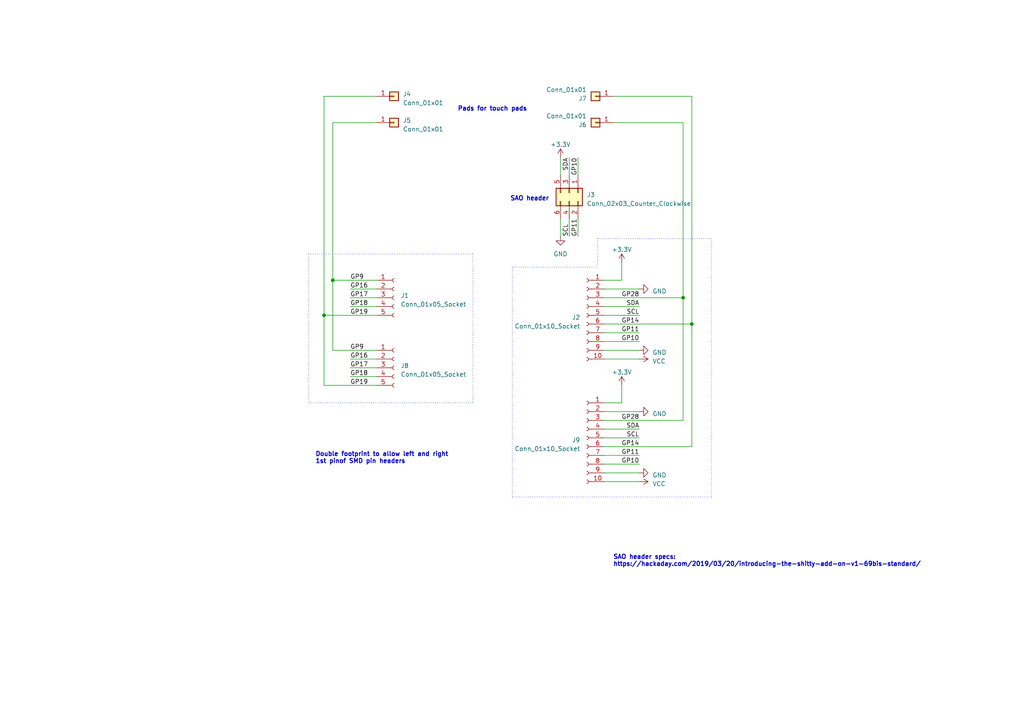
<source format=kicad_sch>
(kicad_sch (version 20230121) (generator eeschema)
  (paper "A4")
  (title_block (title "MakeZurich 2023 name tag cover") (date "2023-06-03") (rev "1"))
  (lib_symbols
    (symbol "Connector:Conn_01x05_Socket" (pin_names (offset 1.016) hide)
      (property "Reference" "J" (at 0 7.62 0))
      (property "Value" "Conn_01x05_Socket" (at 0 -7.62 0))
      (symbol "Conn_01x05_Socket_1_1"
        (arc (start 0 -4.572) (mid -0.5058 -5.08) (end 0 -5.588) (stroke (width 0.1524)))
        (arc (start 0 -2.032) (mid -0.5058 -2.54) (end 0 -3.048) (stroke (width 0.1524)))
        (polyline (pts (xy -1.27 -5.08) (xy -0.508 -5.08)) (stroke (width 0.1524)))
        (polyline (pts (xy -1.27 -2.54) (xy -0.508 -2.54)) (stroke (width 0.1524)))
        (polyline (pts (xy -1.27 0) (xy -0.508 0)) (stroke (width 0.1524)))
        (polyline (pts (xy -1.27 2.54) (xy -0.508 2.54)) (stroke (width 0.1524)))
        (polyline (pts (xy -1.27 5.08) (xy -0.508 5.08)) (stroke (width 0.1524)))
        (arc (start 0 0.508) (mid -0.5058 0) (end 0 -0.508) (stroke (width 0.1524)))
        (arc (start 0 3.048) (mid -0.5058 2.54) (end 0 2.032) (stroke (width 0.1524)))
        (arc (start 0 5.588) (mid -0.5058 5.08) (end 0 4.572) (stroke (width 0.1524)))
        (pin passive line (at -5.08 5.08 0) (length 3.81) (name "Pin_1") (number "1"))
        (pin passive line (at -5.08 2.54 0) (length 3.81) (name "Pin_2") (number "2"))
        (pin passive line (at -5.08 0 0) (length 3.81) (name "Pin_3") (number "3"))
        (pin passive line (at -5.08 -2.54 0) (length 3.81) (name "Pin_4") (number "4"))
        (pin passive line (at -5.08 -5.08 0) (length 3.81) (name "Pin_5") (number "5"))
      )
    )
    (symbol "Connector:Conn_01x10_Socket" (pin_names (offset 1.016) hide)
      (property "Reference" "J" (at 0 12.7 0))
      (property "Value" "Conn_01x10_Socket" (at 0 -15.24 0))
      (symbol "Conn_01x10_Socket_1_1"
        (arc (start 0 -12.192) (mid -0.5058 -12.7) (end 0 -13.208) (stroke (width 0.1524)))
        (arc (start 0 -9.652) (mid -0.5058 -10.16) (end 0 -10.668) (stroke (width 0.1524)))
        (arc (start 0 -7.112) (mid -0.5058 -7.62) (end 0 -8.128) (stroke (width 0.1524)))
        (arc (start 0 -4.572) (mid -0.5058 -5.08) (end 0 -5.588) (stroke (width 0.1524)))
        (arc (start 0 -2.032) (mid -0.5058 -2.54) (end 0 -3.048) (stroke (width 0.1524)))
        (polyline (pts (xy -1.27 -12.7) (xy -0.508 -12.7)) (stroke (width 0.1524)))
        (polyline (pts (xy -1.27 -10.16) (xy -0.508 -10.16)) (stroke (width 0.1524)))
        (polyline (pts (xy -1.27 -7.62) (xy -0.508 -7.62)) (stroke (width 0.1524)))
        (polyline (pts (xy -1.27 -5.08) (xy -0.508 -5.08)) (stroke (width 0.1524)))
        (polyline (pts (xy -1.27 -2.54) (xy -0.508 -2.54)) (stroke (width 0.1524)))
        (polyline (pts (xy -1.27 0) (xy -0.508 0)) (stroke (width 0.1524)))
        (polyline (pts (xy -1.27 2.54) (xy -0.508 2.54)) (stroke (width 0.1524)))
        (polyline (pts (xy -1.27 5.08) (xy -0.508 5.08)) (stroke (width 0.1524)))
        (polyline (pts (xy -1.27 7.62) (xy -0.508 7.62)) (stroke (width 0.1524)))
        (polyline (pts (xy -1.27 10.16) (xy -0.508 10.16)) (stroke (width 0.1524)))
        (arc (start 0 0.508) (mid -0.5058 0) (end 0 -0.508) (stroke (width 0.1524)))
        (arc (start 0 3.048) (mid -0.5058 2.54) (end 0 2.032) (stroke (width 0.1524)))
        (arc (start 0 5.588) (mid -0.5058 5.08) (end 0 4.572) (stroke (width 0.1524)))
        (arc (start 0 8.128) (mid -0.5058 7.62) (end 0 7.112) (stroke (width 0.1524)))
        (arc (start 0 10.668) (mid -0.5058 10.16) (end 0 9.652) (stroke (width 0.1524)))
        (pin passive line (at -5.08 10.16 0) (length 3.81) (name "Pin_1") (number "1"))
        (pin passive line (at -5.08 -12.7 0) (length 3.81) (name "Pin_10") (number "10"))
        (pin passive line (at -5.08 7.62 0) (length 3.81) (name "Pin_2") (number "2"))
        (pin passive line (at -5.08 5.08 0) (length 3.81) (name "Pin_3") (number "3"))
        (pin passive line (at -5.08 2.54 0) (length 3.81) (name "Pin_4") (number "4"))
        (pin passive line (at -5.08 0 0) (length 3.81) (name "Pin_5") (number "5"))
        (pin passive line (at -5.08 -2.54 0) (length 3.81) (name "Pin_6") (number "6"))
        (pin passive line (at -5.08 -5.08 0) (length 3.81) (name "Pin_7") (number "7"))
        (pin passive line (at -5.08 -7.62 0) (length 3.81) (name "Pin_8") (number "8"))
        (pin passive line (at -5.08 -10.16 0) (length 3.81) (name "Pin_9") (number "9"))
      )
    )
    (symbol "Connector_Generic:Conn_01x01" (pin_names (offset 1.016) hide)
      (property "Reference" "J" (at 0 2.54 0))
      (property "Value" "Conn_01x01" (at 0 -2.54 0))
      (symbol "Conn_01x01_1_1"
        (rectangle (start -1.27 0.127) (end 0 -0.127) (stroke (width 0.1524)))
        (rectangle (start -1.27 1.27) (end 1.27 -1.27) (stroke (width 0.254)) (fill (type background)))
        (pin passive line (at -5.08 0 0) (length 3.81) (name "Pin_1") (number "1"))
      )
    )
    (symbol "Connector_Generic:Conn_02x03_Odd_Even" (pin_names (offset 1.016) hide)
      (property "Reference" "J" (at 1.27 5.08 0))
      (property "Value" "Conn_02x03_Odd_Even" (at 1.27 -5.08 0))
      (symbol "Conn_02x03_Odd_Even_1_1"
        (rectangle (start -1.27 -2.413) (end 0 -2.667) (stroke (width 0.1524)))
        (rectangle (start -1.27 0.127) (end 0 -0.127) (stroke (width 0.1524)))
        (rectangle (start -1.27 2.667) (end 0 2.413) (stroke (width 0.1524)))
        (rectangle (start -1.27 3.81) (end 3.81 -3.81) (stroke (width 0.254)) (fill (type background)))
        (rectangle (start 3.81 -2.413) (end 2.54 -2.667) (stroke (width 0.1524)))
        (rectangle (start 3.81 0.127) (end 2.54 -0.127) (stroke (width 0.1524)))
        (rectangle (start 3.81 2.667) (end 2.54 2.413) (stroke (width 0.1524)))
        (pin passive line (at -5.08 2.54 0) (length 3.81) (name "Pin_1") (number "1"))
        (pin passive line (at 7.62 2.54 180) (length 3.81) (name "Pin_2") (number "2"))
        (pin passive line (at -5.08 0 0) (length 3.81) (name "Pin_3") (number "3"))
        (pin passive line (at 7.62 0 180) (length 3.81) (name "Pin_4") (number "4"))
        (pin passive line (at -5.08 -2.54 0) (length 3.81) (name "Pin_5") (number "5"))
        (pin passive line (at 7.62 -2.54 180) (length 3.81) (name "Pin_6") (number "6"))
      )
    )
    (symbol "power:+3.3V" (power) (pin_names (offset 0))
      (property "Value" "+3.3V" (at 0 3.556 0))
      (symbol "+3.3V_0_1"
        (polyline (pts (xy -0.762 1.27) (xy 0 2.54)))
        (polyline (pts (xy 0 0) (xy 0 2.54)))
        (polyline (pts (xy 0 2.54) (xy 0.762 1.27)))
      )
      (symbol "+3.3V_1_1"
        (pin power_in line (at 0 0 90) (length 0) hide (name "+3.3V") (number "1"))
      )
    )
    (symbol "power:GND" (power) (pin_names (offset 0))
      (property "Value" "GND" (at 0 -3.81 0))
      (symbol "GND_0_1"
        (polyline (pts (xy 0 0) (xy 0 -1.27) (xy 1.27 -1.27) (xy 0 -2.54) (xy -1.27 -1.27) (xy 0 -1.27)))
      )
      (symbol "GND_1_1"
        (pin power_in line (at 0 0 270) (length 0) hide (name "GND") (number "1"))
      )
    )
    (symbol "power:VCC" (power) (pin_names (offset 0))
      (property "Value" "VCC" (at 0 3.81 0))
      (symbol "VCC_0_1"
        (polyline (pts (xy -0.762 1.27) (xy 0 2.54)))
        (polyline (pts (xy 0 0) (xy 0 2.54)))
        (polyline (pts (xy 0 2.54) (xy 0.762 1.27)))
      )
      (symbol "VCC_1_1"
        (pin power_in line (at 0 0 90) (length 0) hide (name "VCC") (number "1"))
      )
    )
  )
  (junction (at 96.52 81.28))
  (junction (at 200.66 93.98))
  (junction (at 93.98 91.44))
  (junction (at 198.12 86.36))
  (wire (pts (xy 175.26 139.7) (xy 185.42 139.7)))
  (wire (pts (xy 175.26 127) (xy 185.42 127)))
  (wire (pts (xy 96.52 35.56) (xy 109.22 35.56)))
  (wire (pts (xy 198.12 35.56) (xy 177.8 35.56)))
  (wire (pts (xy 175.26 101.6) (xy 185.42 101.6)))
  (wire (pts (xy 180.34 81.28) (xy 180.34 76.2)))
  (wire (pts (xy 101.6 86.36) (xy 109.22 86.36)))
  (wire (pts (xy 165.1 63.5) (xy 165.1 68.58)))
  (wire (pts (xy 200.66 27.94) (xy 200.66 93.98)))
  (wire (pts (xy 175.26 124.46) (xy 185.42 124.46)))
  (polyline (pts (xy 206.375 144.145) (xy 148.59 144.145)) (stroke (width 0) (type dot)))
  (wire (pts (xy 96.52 81.28) (xy 96.52 101.6)))
  (polyline (pts (xy 89.535 73.66) (xy 89.535 116.84)) (stroke (width 0) (type dot)))
  (wire (pts (xy 162.56 63.5) (xy 162.56 68.58)))
  (wire (pts (xy 175.26 134.62) (xy 185.42 134.62)))
  (wire (pts (xy 101.6 88.9) (xy 109.22 88.9)))
  (wire (pts (xy 93.98 27.94) (xy 93.98 91.44)))
  (wire (pts (xy 177.8 27.94) (xy 200.66 27.94)))
  (wire (pts (xy 101.6 106.68) (xy 109.22 106.68)))
  (wire (pts (xy 175.26 83.82) (xy 185.42 83.82)))
  (wire (pts (xy 180.34 116.84) (xy 180.34 111.76)))
  (wire (pts (xy 175.26 116.84) (xy 180.34 116.84)))
  (wire (pts (xy 198.12 35.56) (xy 198.12 86.36)))
  (wire (pts (xy 165.1 45.72) (xy 165.1 50.8)))
  (wire (pts (xy 162.56 45.72) (xy 162.56 50.8)))
  (wire (pts (xy 101.6 104.14) (xy 109.22 104.14)))
  (wire (pts (xy 93.98 111.76) (xy 109.22 111.76)))
  (wire (pts (xy 175.26 132.08) (xy 185.42 132.08)))
  (polyline (pts (xy 173.355 69.215) (xy 206.375 69.215)) (stroke (width 0) (type dot)))
  (polyline (pts (xy 173.355 69.215) (xy 173.355 77.47)) (stroke (width 0) (type dot)))
  (wire (pts (xy 96.52 35.56) (xy 96.52 81.28)))
  (polyline (pts (xy 206.375 69.215) (xy 206.375 144.145)) (stroke (width 0) (type dot)))
  (wire (pts (xy 175.26 137.16) (xy 185.42 137.16)))
  (polyline (pts (xy 89.535 73.66) (xy 137.16 73.66)) (stroke (width 0) (type dot)))
  (wire (pts (xy 175.26 93.98) (xy 200.66 93.98)))
  (wire (pts (xy 175.26 88.9) (xy 185.42 88.9)))
  (wire (pts (xy 175.26 96.52) (xy 185.42 96.52)))
  (wire (pts (xy 96.52 101.6) (xy 109.22 101.6)))
  (wire (pts (xy 175.26 121.92) (xy 198.12 121.92)))
  (wire (pts (xy 101.6 83.82) (xy 109.22 83.82)))
  (wire (pts (xy 175.26 119.38) (xy 185.42 119.38)))
  (wire (pts (xy 167.64 63.5) (xy 167.64 68.58)))
  (wire (pts (xy 175.26 86.36) (xy 198.12 86.36)))
  (wire (pts (xy 101.6 109.22) (xy 109.22 109.22)))
  (wire (pts (xy 175.26 99.06) (xy 185.42 99.06)))
  (wire (pts (xy 175.26 104.14) (xy 185.42 104.14)))
  (wire (pts (xy 198.12 86.36) (xy 198.12 121.92)))
  (polyline (pts (xy 148.59 144.145) (xy 148.59 77.47)) (stroke (width 0) (type dot)))
  (wire (pts (xy 93.98 91.44) (xy 93.98 111.76)))
  (polyline (pts (xy 137.16 73.66) (xy 137.16 116.84)) (stroke (width 0) (type dot)))
  (wire (pts (xy 93.98 91.44) (xy 109.22 91.44)))
  (wire (pts (xy 96.52 81.28) (xy 109.22 81.28)))
  (polyline (pts (xy 148.59 77.47) (xy 173.355 77.47)) (stroke (width 0) (type dot)))
  (wire (pts (xy 175.26 129.54) (xy 200.66 129.54)))
  (wire (pts (xy 175.26 91.44) (xy 185.42 91.44)))
  (wire (pts (xy 175.26 81.28) (xy 180.34 81.28)))
  (wire (pts (xy 200.66 93.98) (xy 200.66 129.54)))
  (wire (pts (xy 109.22 27.94) (xy 93.98 27.94)))
  (polyline (pts (xy 137.16 116.84) (xy 89.535 116.84)) (stroke (width 0) (type dot)))
  (wire (pts (xy 167.64 45.72) (xy 167.64 50.8)))
  (text "Double footprint to allow left and right \n1st pinof SMD pin headers" (at 91.44 134.62 0) (effects (font (size 1.27 1.27) (thickness 0.254) bold) (justify left bottom)))
  (text "SAO header" (at 147.955 58.42 0) (effects (font (size 1.27 1.27) bold) (justify left bottom)))
  (text "SAO header specs:\nhttps://hackaday.com/2019/03/20/introducing-the-shitty-add-on-v1-69bis-standard/" (at 177.8 164.465 0) (effects (font (size 1.27 1.27) bold) (justify left bottom)))
  (text "Pads for touch pads" (at 132.715 32.385 0) (effects (font (size 1.27 1.27) (thickness 0.254) bold) (justify left bottom)))
  (label "SCL" (at 185.42 91.44 180))
  (label "GP16" (at 101.6 104.14 0))
  (label "GP19" (at 101.6 111.76 0))
  (label "GP9" (at 101.6 81.28 0))
  (label "GP16" (at 101.6 83.82 0))
  (label "GP17" (at 101.6 86.36 0))
  (label "GP10" (at 185.42 99.06 180))
  (label "GP11" (at 185.42 132.08 180))
  (label "GP10" (at 167.64 45.72 270))
  (label "GP11" (at 167.64 68.58 90))
  (label "GP9" (at 101.6 101.6 0))
  (label "GP18" (at 101.6 109.22 0))
  (label "GP28" (at 185.42 86.36 180))
  (label "GP14" (at 185.42 129.54 180))
  (label "GP28" (at 185.42 121.92 180))
  (label "GP10" (at 185.42 134.62 180))
  (label "SDA" (at 185.42 88.9 180))
  (label "GP14" (at 185.42 93.98 180))
  (label "SDA" (at 165.1 45.72 270))
  (label "GP17" (at 101.6 106.68 0))
  (label "SDA" (at 185.42 124.46 180))
  (label "SCL" (at 165.1 68.58 90))
  (label "GP11" (at 185.42 96.52 180))
  (label "GP18" (at 101.6 88.9 0))
  (label "GP19" (at 101.6 91.44 0))
  (label "SCL" (at 185.42 127 180))
  (symbol (lib_id "Connector:Conn_01x10_Socket") (at 170.18 91.44 0) (mirror y) (unit 1)
    (property "Reference" "J2" (at 168.275 92.075 0) (effects (justify left)))
    (property "Value" "Conn_01x10_Socket" (at 168.275 94.615 0) (effects (justify left)))
    (property "Footprint" "Connector_PinHeader_2.54mm:PinHeader_1x10_P2.54mm_Vertical_SMD_Pin1Left" (effects hide))
  )
  (symbol (lib_id "power:VCC") (at 185.42 139.7 270) (unit 1)
    (property "Reference" "#PWR010" (effects hide))
    (property "Value" "VCC" (at 189.23 140.335 90) (effects (justify left)))
  )
  (symbol (lib_id "Connector_Generic:Conn_02x03_Odd_Even") (at 165.1 55.88 270) (unit 1)
    (property "Reference" "J3" (at 170.18 56.515 90) (effects (justify left)))
    (property "Value" "Conn_02x03_Counter_Clockwise" (at 170.18 59.055 90) (effects (justify left)))
    (property "Footprint" "Connector_IDC:IDC-Header_2x03_P2.54mm_Vertical" (effects hide))
  )
  (symbol (lib_id "Connector_Generic:Conn_01x01") (at 172.72 27.94 180) (unit 1)
    (property "Reference" "J7" (at 170.18 28.575 0) (effects (justify left)))
    (property "Value" "Conn_01x01" (at 170.18 26.035 0) (effects (justify left)))
    (property "Footprint" "Connector_Wire:SolderWirePad_1x01_SMD_1x2mm" (effects hide))
  )
  (symbol (lib_id "Connector_Generic:Conn_01x01") (at 114.3 27.94 0) (unit 1)
    (property "Reference" "J4" (at 116.84 27.305 0) (effects (justify left)))
    (property "Value" "Conn_01x01" (at 116.84 29.845 0) (effects (justify left)))
    (property "Footprint" "Connector_Wire:SolderWirePad_1x01_SMD_1x2mm" (effects hide))
  )
  (symbol (lib_id "Connector:Conn_01x05_Socket") (at 114.3 86.36 0) (unit 1)
    (property "Reference" "J1" (at 116.205 85.725 0) (effects (justify left)))
    (property "Value" "Conn_01x05_Socket" (at 116.205 88.265 0) (effects (justify left)))
    (property "Footprint" "Connector_PinHeader_2.54mm:PinHeader_1x05_P2.54mm_Vertical_SMD_Pin1Right" (effects hide))
  )
  (symbol (lib_id "power:GND") (at 185.42 83.82 90) (unit 1)
    (property "Reference" "#PWR04" (effects hide))
    (property "Value" "GND" (at 189.23 84.455 90) (effects (justify right)))
  )
  (symbol (lib_id "Connector:Conn_01x10_Socket") (at 170.18 127 0) (mirror y) (unit 1)
    (property "Reference" "J9" (at 168.275 127.635 0) (effects (justify left)))
    (property "Value" "Conn_01x10_Socket" (at 168.275 130.175 0) (effects (justify left)))
    (property "Footprint" "Connector_PinHeader_2.54mm:PinHeader_1x10_P2.54mm_Vertical_SMD_Pin1Right" (effects hide))
  )
  (symbol (lib_id "power:GND") (at 185.42 101.6 90) (unit 1)
    (property "Reference" "#PWR05" (effects hide))
    (property "Value" "GND" (at 189.23 102.235 90) (effects (justify right)))
  )
  (symbol (lib_id "power:+3.3V") (at 180.34 76.2 0) (unit 1)
    (property "Reference" "#PWR03" (effects hide))
    (property "Value" "+3.3V" (at 180.34 72.39 0))
  )
  (symbol (lib_id "Connector_Generic:Conn_01x01") (at 114.3 35.56 0) (unit 1)
    (property "Reference" "J5" (at 116.84 34.925 0) (effects (justify left)))
    (property "Value" "Conn_01x01" (at 116.84 37.465 0) (effects (justify left)))
    (property "Footprint" "Connector_Wire:SolderWirePad_1x01_SMD_1x2mm" (effects hide))
  )
  (symbol (lib_id "power:GND") (at 162.56 68.58 0) (unit 1)
    (property "Reference" "#PWR02" (effects hide))
    (property "Value" "GND" (at 162.56 73.66 0))
  )
  (symbol (lib_id "power:GND") (at 185.42 119.38 90) (unit 1)
    (property "Reference" "#PWR08" (effects hide))
    (property "Value" "GND" (at 189.23 120.015 90) (effects (justify right)))
  )
  (symbol (lib_id "power:VCC") (at 185.42 104.14 270) (unit 1)
    (property "Reference" "#PWR06" (effects hide))
    (property "Value" "VCC" (at 189.23 104.775 90) (effects (justify left)))
  )
  (symbol (lib_id "power:+3.3V") (at 162.56 45.72 0) (unit 1)
    (property "Reference" "#PWR01" (effects hide))
    (property "Value" "+3.3V" (at 162.56 41.91 0))
  )
  (symbol (lib_id "power:+3.3V") (at 180.34 111.76 0) (unit 1)
    (property "Reference" "#PWR07" (effects hide))
    (property "Value" "+3.3V" (at 180.34 107.95 0))
  )
  (symbol (lib_id "Connector:Conn_01x05_Socket") (at 114.3 106.68 0) (unit 1)
    (property "Reference" "J8" (at 116.205 106.045 0) (effects (justify left)))
    (property "Value" "Conn_01x05_Socket" (at 116.205 108.585 0) (effects (justify left)))
    (property "Footprint" "Connector_PinHeader_2.54mm:PinHeader_1x05_P2.54mm_Vertical_SMD_Pin1Left" (effects hide))
  )
  (symbol (lib_id "Connector_Generic:Conn_01x01") (at 172.72 35.56 180) (unit 1)
    (property "Reference" "J6" (at 170.18 36.195 0) (effects (justify left)))
    (property "Value" "Conn_01x01" (at 170.18 33.655 0) (effects (justify left)))
    (property "Footprint" "Connector_Wire:SolderWirePad_1x01_SMD_1x2mm" (effects hide))
  )
  (symbol (lib_id "power:GND") (at 185.42 137.16 90) (unit 1)
    (property "Reference" "#PWR09" (effects hide))
    (property "Value" "GND" (at 189.23 137.795 90) (effects (justify right)))
  )
)
</source>
